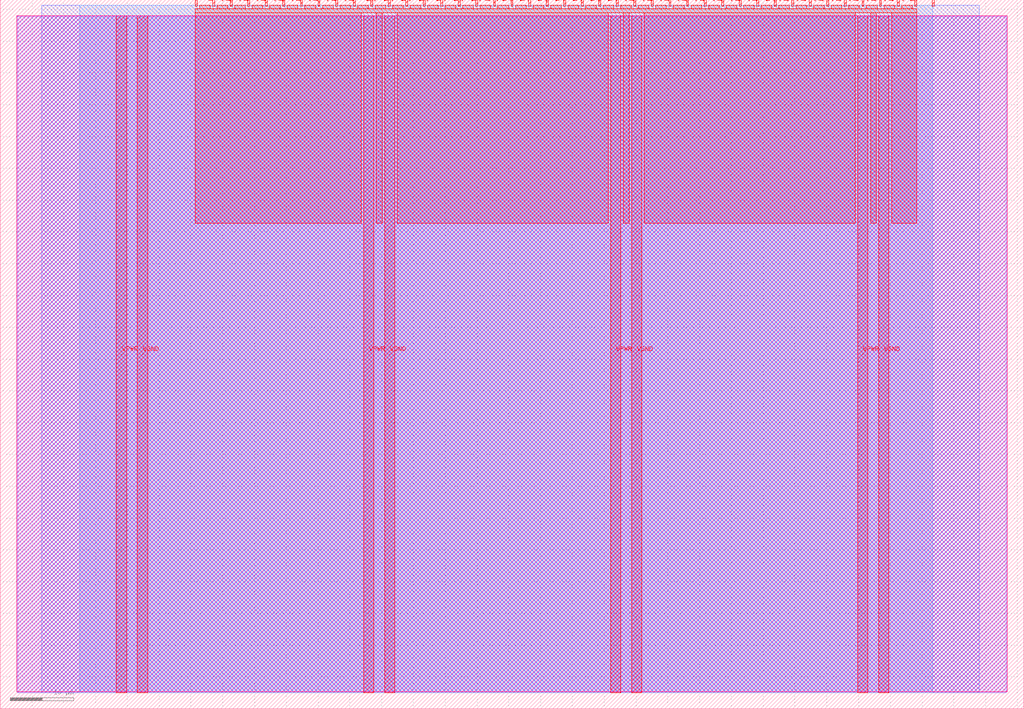
<source format=lef>
VERSION 5.7 ;
  NOWIREEXTENSIONATPIN ON ;
  DIVIDERCHAR "/" ;
  BUSBITCHARS "[]" ;
MACRO tt_um_nomuwill
  CLASS BLOCK ;
  FOREIGN tt_um_nomuwill ;
  ORIGIN 0.000 0.000 ;
  SIZE 161.000 BY 111.520 ;
  PIN VGND
    DIRECTION INOUT ;
    USE GROUND ;
    PORT
      LAYER met4 ;
        RECT 21.580 2.480 23.180 109.040 ;
    END
    PORT
      LAYER met4 ;
        RECT 60.450 2.480 62.050 109.040 ;
    END
    PORT
      LAYER met4 ;
        RECT 99.320 2.480 100.920 109.040 ;
    END
    PORT
      LAYER met4 ;
        RECT 138.190 2.480 139.790 109.040 ;
    END
  END VGND
  PIN VPWR
    DIRECTION INOUT ;
    USE POWER ;
    PORT
      LAYER met4 ;
        RECT 18.280 2.480 19.880 109.040 ;
    END
    PORT
      LAYER met4 ;
        RECT 57.150 2.480 58.750 109.040 ;
    END
    PORT
      LAYER met4 ;
        RECT 96.020 2.480 97.620 109.040 ;
    END
    PORT
      LAYER met4 ;
        RECT 134.890 2.480 136.490 109.040 ;
    END
  END VPWR
  PIN clk
    DIRECTION INPUT ;
    USE SIGNAL ;
    ANTENNAGATEAREA 0.852000 ;
    PORT
      LAYER met4 ;
        RECT 143.830 110.520 144.130 111.520 ;
    END
  END clk
  PIN ena
    DIRECTION INPUT ;
    USE SIGNAL ;
    PORT
      LAYER met4 ;
        RECT 146.590 110.520 146.890 111.520 ;
    END
  END ena
  PIN rst_n
    DIRECTION INPUT ;
    USE SIGNAL ;
    ANTENNAGATEAREA 0.196500 ;
    PORT
      LAYER met4 ;
        RECT 141.070 110.520 141.370 111.520 ;
    END
  END rst_n
  PIN ui_in[0]
    DIRECTION INPUT ;
    USE SIGNAL ;
    ANTENNAGATEAREA 0.196500 ;
    PORT
      LAYER met4 ;
        RECT 138.310 110.520 138.610 111.520 ;
    END
  END ui_in[0]
  PIN ui_in[1]
    DIRECTION INPUT ;
    USE SIGNAL ;
    ANTENNAGATEAREA 0.196500 ;
    PORT
      LAYER met4 ;
        RECT 135.550 110.520 135.850 111.520 ;
    END
  END ui_in[1]
  PIN ui_in[2]
    DIRECTION INPUT ;
    USE SIGNAL ;
    ANTENNAGATEAREA 0.196500 ;
    PORT
      LAYER met4 ;
        RECT 132.790 110.520 133.090 111.520 ;
    END
  END ui_in[2]
  PIN ui_in[3]
    DIRECTION INPUT ;
    USE SIGNAL ;
    ANTENNAGATEAREA 0.196500 ;
    PORT
      LAYER met4 ;
        RECT 130.030 110.520 130.330 111.520 ;
    END
  END ui_in[3]
  PIN ui_in[4]
    DIRECTION INPUT ;
    USE SIGNAL ;
    PORT
      LAYER met4 ;
        RECT 127.270 110.520 127.570 111.520 ;
    END
  END ui_in[4]
  PIN ui_in[5]
    DIRECTION INPUT ;
    USE SIGNAL ;
    PORT
      LAYER met4 ;
        RECT 124.510 110.520 124.810 111.520 ;
    END
  END ui_in[5]
  PIN ui_in[6]
    DIRECTION INPUT ;
    USE SIGNAL ;
    PORT
      LAYER met4 ;
        RECT 121.750 110.520 122.050 111.520 ;
    END
  END ui_in[6]
  PIN ui_in[7]
    DIRECTION INPUT ;
    USE SIGNAL ;
    PORT
      LAYER met4 ;
        RECT 118.990 110.520 119.290 111.520 ;
    END
  END ui_in[7]
  PIN uio_in[0]
    DIRECTION INPUT ;
    USE SIGNAL ;
    PORT
      LAYER met4 ;
        RECT 116.230 110.520 116.530 111.520 ;
    END
  END uio_in[0]
  PIN uio_in[1]
    DIRECTION INPUT ;
    USE SIGNAL ;
    PORT
      LAYER met4 ;
        RECT 113.470 110.520 113.770 111.520 ;
    END
  END uio_in[1]
  PIN uio_in[2]
    DIRECTION INPUT ;
    USE SIGNAL ;
    PORT
      LAYER met4 ;
        RECT 110.710 110.520 111.010 111.520 ;
    END
  END uio_in[2]
  PIN uio_in[3]
    DIRECTION INPUT ;
    USE SIGNAL ;
    PORT
      LAYER met4 ;
        RECT 107.950 110.520 108.250 111.520 ;
    END
  END uio_in[3]
  PIN uio_in[4]
    DIRECTION INPUT ;
    USE SIGNAL ;
    PORT
      LAYER met4 ;
        RECT 105.190 110.520 105.490 111.520 ;
    END
  END uio_in[4]
  PIN uio_in[5]
    DIRECTION INPUT ;
    USE SIGNAL ;
    PORT
      LAYER met4 ;
        RECT 102.430 110.520 102.730 111.520 ;
    END
  END uio_in[5]
  PIN uio_in[6]
    DIRECTION INPUT ;
    USE SIGNAL ;
    PORT
      LAYER met4 ;
        RECT 99.670 110.520 99.970 111.520 ;
    END
  END uio_in[6]
  PIN uio_in[7]
    DIRECTION INPUT ;
    USE SIGNAL ;
    PORT
      LAYER met4 ;
        RECT 96.910 110.520 97.210 111.520 ;
    END
  END uio_in[7]
  PIN uio_oe[0]
    DIRECTION OUTPUT ;
    USE SIGNAL ;
    PORT
      LAYER met4 ;
        RECT 49.990 110.520 50.290 111.520 ;
    END
  END uio_oe[0]
  PIN uio_oe[1]
    DIRECTION OUTPUT ;
    USE SIGNAL ;
    PORT
      LAYER met4 ;
        RECT 47.230 110.520 47.530 111.520 ;
    END
  END uio_oe[1]
  PIN uio_oe[2]
    DIRECTION OUTPUT ;
    USE SIGNAL ;
    PORT
      LAYER met4 ;
        RECT 44.470 110.520 44.770 111.520 ;
    END
  END uio_oe[2]
  PIN uio_oe[3]
    DIRECTION OUTPUT ;
    USE SIGNAL ;
    PORT
      LAYER met4 ;
        RECT 41.710 110.520 42.010 111.520 ;
    END
  END uio_oe[3]
  PIN uio_oe[4]
    DIRECTION OUTPUT ;
    USE SIGNAL ;
    PORT
      LAYER met4 ;
        RECT 38.950 110.520 39.250 111.520 ;
    END
  END uio_oe[4]
  PIN uio_oe[5]
    DIRECTION OUTPUT ;
    USE SIGNAL ;
    PORT
      LAYER met4 ;
        RECT 36.190 110.520 36.490 111.520 ;
    END
  END uio_oe[5]
  PIN uio_oe[6]
    DIRECTION OUTPUT ;
    USE SIGNAL ;
    PORT
      LAYER met4 ;
        RECT 33.430 110.520 33.730 111.520 ;
    END
  END uio_oe[6]
  PIN uio_oe[7]
    DIRECTION OUTPUT ;
    USE SIGNAL ;
    PORT
      LAYER met4 ;
        RECT 30.670 110.520 30.970 111.520 ;
    END
  END uio_oe[7]
  PIN uio_out[0]
    DIRECTION OUTPUT ;
    USE SIGNAL ;
    PORT
      LAYER met4 ;
        RECT 72.070 110.520 72.370 111.520 ;
    END
  END uio_out[0]
  PIN uio_out[1]
    DIRECTION OUTPUT ;
    USE SIGNAL ;
    PORT
      LAYER met4 ;
        RECT 69.310 110.520 69.610 111.520 ;
    END
  END uio_out[1]
  PIN uio_out[2]
    DIRECTION OUTPUT ;
    USE SIGNAL ;
    PORT
      LAYER met4 ;
        RECT 66.550 110.520 66.850 111.520 ;
    END
  END uio_out[2]
  PIN uio_out[3]
    DIRECTION OUTPUT ;
    USE SIGNAL ;
    PORT
      LAYER met4 ;
        RECT 63.790 110.520 64.090 111.520 ;
    END
  END uio_out[3]
  PIN uio_out[4]
    DIRECTION OUTPUT ;
    USE SIGNAL ;
    PORT
      LAYER met4 ;
        RECT 61.030 110.520 61.330 111.520 ;
    END
  END uio_out[4]
  PIN uio_out[5]
    DIRECTION OUTPUT ;
    USE SIGNAL ;
    PORT
      LAYER met4 ;
        RECT 58.270 110.520 58.570 111.520 ;
    END
  END uio_out[5]
  PIN uio_out[6]
    DIRECTION OUTPUT ;
    USE SIGNAL ;
    PORT
      LAYER met4 ;
        RECT 55.510 110.520 55.810 111.520 ;
    END
  END uio_out[6]
  PIN uio_out[7]
    DIRECTION OUTPUT ;
    USE SIGNAL ;
    ANTENNADIFFAREA 0.795200 ;
    PORT
      LAYER met4 ;
        RECT 52.750 110.520 53.050 111.520 ;
    END
  END uio_out[7]
  PIN uo_out[0]
    DIRECTION OUTPUT ;
    USE SIGNAL ;
    ANTENNAGATEAREA 1.560000 ;
    ANTENNADIFFAREA 0.891000 ;
    PORT
      LAYER met4 ;
        RECT 94.150 110.520 94.450 111.520 ;
    END
  END uo_out[0]
  PIN uo_out[1]
    DIRECTION OUTPUT ;
    USE SIGNAL ;
    ANTENNAGATEAREA 1.114500 ;
    ANTENNADIFFAREA 0.891000 ;
    PORT
      LAYER met4 ;
        RECT 91.390 110.520 91.690 111.520 ;
    END
  END uo_out[1]
  PIN uo_out[2]
    DIRECTION OUTPUT ;
    USE SIGNAL ;
    ANTENNAGATEAREA 1.896000 ;
    ANTENNADIFFAREA 1.590400 ;
    PORT
      LAYER met4 ;
        RECT 88.630 110.520 88.930 111.520 ;
    END
  END uo_out[2]
  PIN uo_out[3]
    DIRECTION OUTPUT ;
    USE SIGNAL ;
    ANTENNAGATEAREA 2.022000 ;
    ANTENNADIFFAREA 1.590400 ;
    PORT
      LAYER met4 ;
        RECT 85.870 110.520 86.170 111.520 ;
    END
  END uo_out[3]
  PIN uo_out[4]
    DIRECTION OUTPUT ;
    USE SIGNAL ;
    ANTENNAGATEAREA 2.071500 ;
    ANTENNADIFFAREA 0.891000 ;
    PORT
      LAYER met4 ;
        RECT 83.110 110.520 83.410 111.520 ;
    END
  END uo_out[4]
  PIN uo_out[5]
    DIRECTION OUTPUT ;
    USE SIGNAL ;
    ANTENNAGATEAREA 2.110500 ;
    ANTENNADIFFAREA 0.891000 ;
    PORT
      LAYER met4 ;
        RECT 80.350 110.520 80.650 111.520 ;
    END
  END uo_out[5]
  PIN uo_out[6]
    DIRECTION OUTPUT ;
    USE SIGNAL ;
    ANTENNAGATEAREA 2.110500 ;
    ANTENNADIFFAREA 0.891000 ;
    PORT
      LAYER met4 ;
        RECT 77.590 110.520 77.890 111.520 ;
    END
  END uo_out[6]
  PIN uo_out[7]
    DIRECTION OUTPUT ;
    USE SIGNAL ;
    ANTENNAGATEAREA 2.479500 ;
    ANTENNADIFFAREA 1.590400 ;
    PORT
      LAYER met4 ;
        RECT 74.830 110.520 75.130 111.520 ;
    END
  END uo_out[7]
  OBS
      LAYER nwell ;
        RECT 2.570 2.635 158.430 108.990 ;
      LAYER li1 ;
        RECT 2.760 2.635 158.240 108.885 ;
      LAYER met1 ;
        RECT 2.760 2.480 158.240 109.040 ;
      LAYER met2 ;
        RECT 6.540 2.535 154.000 110.685 ;
      LAYER met3 ;
        RECT 12.485 2.555 146.675 110.665 ;
      LAYER met4 ;
        RECT 31.370 110.120 33.030 110.665 ;
        RECT 34.130 110.120 35.790 110.665 ;
        RECT 36.890 110.120 38.550 110.665 ;
        RECT 39.650 110.120 41.310 110.665 ;
        RECT 42.410 110.120 44.070 110.665 ;
        RECT 45.170 110.120 46.830 110.665 ;
        RECT 47.930 110.120 49.590 110.665 ;
        RECT 50.690 110.120 52.350 110.665 ;
        RECT 53.450 110.120 55.110 110.665 ;
        RECT 56.210 110.120 57.870 110.665 ;
        RECT 58.970 110.120 60.630 110.665 ;
        RECT 61.730 110.120 63.390 110.665 ;
        RECT 64.490 110.120 66.150 110.665 ;
        RECT 67.250 110.120 68.910 110.665 ;
        RECT 70.010 110.120 71.670 110.665 ;
        RECT 72.770 110.120 74.430 110.665 ;
        RECT 75.530 110.120 77.190 110.665 ;
        RECT 78.290 110.120 79.950 110.665 ;
        RECT 81.050 110.120 82.710 110.665 ;
        RECT 83.810 110.120 85.470 110.665 ;
        RECT 86.570 110.120 88.230 110.665 ;
        RECT 89.330 110.120 90.990 110.665 ;
        RECT 92.090 110.120 93.750 110.665 ;
        RECT 94.850 110.120 96.510 110.665 ;
        RECT 97.610 110.120 99.270 110.665 ;
        RECT 100.370 110.120 102.030 110.665 ;
        RECT 103.130 110.120 104.790 110.665 ;
        RECT 105.890 110.120 107.550 110.665 ;
        RECT 108.650 110.120 110.310 110.665 ;
        RECT 111.410 110.120 113.070 110.665 ;
        RECT 114.170 110.120 115.830 110.665 ;
        RECT 116.930 110.120 118.590 110.665 ;
        RECT 119.690 110.120 121.350 110.665 ;
        RECT 122.450 110.120 124.110 110.665 ;
        RECT 125.210 110.120 126.870 110.665 ;
        RECT 127.970 110.120 129.630 110.665 ;
        RECT 130.730 110.120 132.390 110.665 ;
        RECT 133.490 110.120 135.150 110.665 ;
        RECT 136.250 110.120 137.910 110.665 ;
        RECT 139.010 110.120 140.670 110.665 ;
        RECT 141.770 110.120 143.430 110.665 ;
        RECT 30.655 109.440 144.145 110.120 ;
        RECT 30.655 76.335 56.750 109.440 ;
        RECT 59.150 76.335 60.050 109.440 ;
        RECT 62.450 76.335 95.620 109.440 ;
        RECT 98.020 76.335 98.920 109.440 ;
        RECT 101.320 76.335 134.490 109.440 ;
        RECT 136.890 76.335 137.790 109.440 ;
        RECT 140.190 76.335 144.145 109.440 ;
  END
END tt_um_nomuwill
END LIBRARY


</source>
